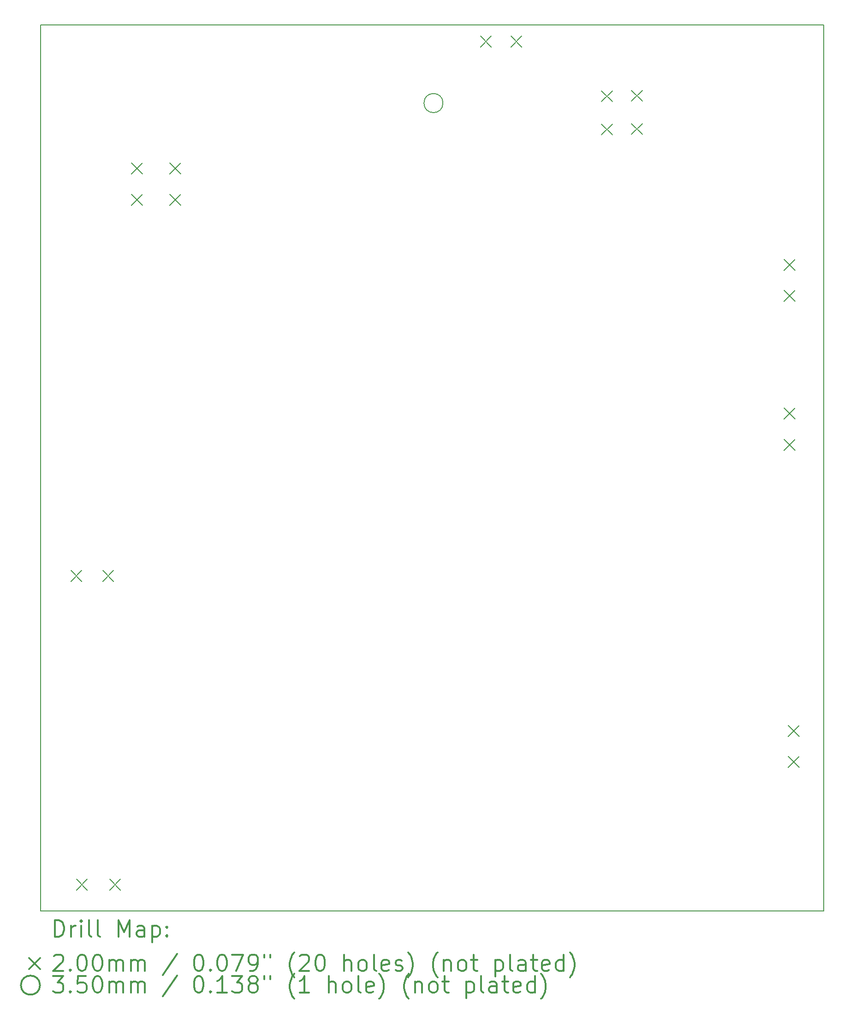
<source format=gbr>
%FSLAX45Y45*%
G04 Gerber Fmt 4.5, Leading zero omitted, Abs format (unit mm)*
G04 Created by KiCad (PCBNEW 4.0.7-e2-6376~58~ubuntu16.04.1) date Mon Oct  9 13:29:06 2017*
%MOMM*%
%LPD*%
G01*
G04 APERTURE LIST*
%ADD10C,0.127000*%
%ADD11C,0.150000*%
%ADD12C,0.200000*%
%ADD13C,0.300000*%
G04 APERTURE END LIST*
D10*
D11*
X25958800Y-6096000D02*
X25908000Y-6096000D01*
X25958800Y-6121400D02*
X25958800Y-6096000D01*
X25958800Y-22352000D02*
X25908000Y-22352000D01*
X11607800Y-6096000D02*
X11582400Y-6096000D01*
X11607800Y-22352000D02*
X11582400Y-22352000D01*
X25908000Y-22352000D02*
X25882600Y-22352000D01*
X25958800Y-20015200D02*
X25958800Y-22352000D01*
X25882600Y-6096000D02*
X25908000Y-6096000D01*
X11607800Y-22352000D02*
X25882600Y-22352000D01*
X25882600Y-6096000D02*
X20116800Y-6096000D01*
X25958800Y-20015200D02*
X25958800Y-6121400D01*
X11582400Y-6096000D02*
X11582400Y-6604000D01*
X20116800Y-6096000D02*
X11607800Y-6096000D01*
X11582400Y-9779000D02*
X11582400Y-6604000D01*
X11582400Y-9779000D02*
X11582400Y-22352000D01*
D12*
X12142800Y-16105200D02*
X12342800Y-16305200D01*
X12342800Y-16105200D02*
X12142800Y-16305200D01*
X12244400Y-21769400D02*
X12444400Y-21969400D01*
X12444400Y-21769400D02*
X12244400Y-21969400D01*
X12727000Y-16105200D02*
X12927000Y-16305200D01*
X12927000Y-16105200D02*
X12727000Y-16305200D01*
X12854000Y-21769400D02*
X13054000Y-21969400D01*
X13054000Y-21769400D02*
X12854000Y-21969400D01*
X13257860Y-8632520D02*
X13457860Y-8832520D01*
X13457860Y-8632520D02*
X13257860Y-8832520D01*
X13257860Y-9204020D02*
X13457860Y-9404020D01*
X13457860Y-9204020D02*
X13257860Y-9404020D01*
X13956360Y-8632520D02*
X14156360Y-8832520D01*
X14156360Y-8632520D02*
X13956360Y-8832520D01*
X13956360Y-9204020D02*
X14156360Y-9404020D01*
X14156360Y-9204020D02*
X13956360Y-9404020D01*
X19661200Y-6300800D02*
X19861200Y-6500800D01*
X19861200Y-6300800D02*
X19661200Y-6500800D01*
X20220000Y-6300800D02*
X20420000Y-6500800D01*
X20420000Y-6300800D02*
X20220000Y-6500800D01*
X21883700Y-7304100D02*
X22083700Y-7504100D01*
X22083700Y-7304100D02*
X21883700Y-7504100D01*
X21883700Y-7913700D02*
X22083700Y-8113700D01*
X22083700Y-7913700D02*
X21883700Y-8113700D01*
X22432340Y-7296480D02*
X22632340Y-7496480D01*
X22632340Y-7296480D02*
X22432340Y-7496480D01*
X22432340Y-7906080D02*
X22632340Y-8106080D01*
X22632340Y-7906080D02*
X22432340Y-8106080D01*
X25233960Y-10397820D02*
X25433960Y-10597820D01*
X25433960Y-10397820D02*
X25233960Y-10597820D01*
X25233960Y-10969320D02*
X25433960Y-11169320D01*
X25433960Y-10969320D02*
X25233960Y-11169320D01*
X25233960Y-13128320D02*
X25433960Y-13328320D01*
X25433960Y-13128320D02*
X25233960Y-13328320D01*
X25233960Y-13699820D02*
X25433960Y-13899820D01*
X25433960Y-13699820D02*
X25233960Y-13899820D01*
X25310160Y-19516420D02*
X25510160Y-19716420D01*
X25510160Y-19516420D02*
X25310160Y-19716420D01*
X25312700Y-18950000D02*
X25512700Y-19150000D01*
X25512700Y-18950000D02*
X25312700Y-19150000D01*
X18973300Y-7531100D02*
G75*
G03X18973300Y-7531100I-175000J0D01*
G01*
D13*
X11846328Y-22825214D02*
X11846328Y-22525214D01*
X11917757Y-22525214D01*
X11960614Y-22539500D01*
X11989186Y-22568071D01*
X12003471Y-22596643D01*
X12017757Y-22653786D01*
X12017757Y-22696643D01*
X12003471Y-22753786D01*
X11989186Y-22782357D01*
X11960614Y-22810929D01*
X11917757Y-22825214D01*
X11846328Y-22825214D01*
X12146328Y-22825214D02*
X12146328Y-22625214D01*
X12146328Y-22682357D02*
X12160614Y-22653786D01*
X12174900Y-22639500D01*
X12203471Y-22625214D01*
X12232043Y-22625214D01*
X12332043Y-22825214D02*
X12332043Y-22625214D01*
X12332043Y-22525214D02*
X12317757Y-22539500D01*
X12332043Y-22553786D01*
X12346328Y-22539500D01*
X12332043Y-22525214D01*
X12332043Y-22553786D01*
X12517757Y-22825214D02*
X12489186Y-22810929D01*
X12474900Y-22782357D01*
X12474900Y-22525214D01*
X12674900Y-22825214D02*
X12646328Y-22810929D01*
X12632043Y-22782357D01*
X12632043Y-22525214D01*
X13017757Y-22825214D02*
X13017757Y-22525214D01*
X13117757Y-22739500D01*
X13217757Y-22525214D01*
X13217757Y-22825214D01*
X13489186Y-22825214D02*
X13489186Y-22668071D01*
X13474900Y-22639500D01*
X13446328Y-22625214D01*
X13389186Y-22625214D01*
X13360614Y-22639500D01*
X13489186Y-22810929D02*
X13460614Y-22825214D01*
X13389186Y-22825214D01*
X13360614Y-22810929D01*
X13346328Y-22782357D01*
X13346328Y-22753786D01*
X13360614Y-22725214D01*
X13389186Y-22710929D01*
X13460614Y-22710929D01*
X13489186Y-22696643D01*
X13632043Y-22625214D02*
X13632043Y-22925214D01*
X13632043Y-22639500D02*
X13660614Y-22625214D01*
X13717757Y-22625214D01*
X13746328Y-22639500D01*
X13760614Y-22653786D01*
X13774900Y-22682357D01*
X13774900Y-22768071D01*
X13760614Y-22796643D01*
X13746328Y-22810929D01*
X13717757Y-22825214D01*
X13660614Y-22825214D01*
X13632043Y-22810929D01*
X13903471Y-22796643D02*
X13917757Y-22810929D01*
X13903471Y-22825214D01*
X13889186Y-22810929D01*
X13903471Y-22796643D01*
X13903471Y-22825214D01*
X13903471Y-22639500D02*
X13917757Y-22653786D01*
X13903471Y-22668071D01*
X13889186Y-22653786D01*
X13903471Y-22639500D01*
X13903471Y-22668071D01*
X11374900Y-23219500D02*
X11574900Y-23419500D01*
X11574900Y-23219500D02*
X11374900Y-23419500D01*
X11832043Y-23183786D02*
X11846328Y-23169500D01*
X11874900Y-23155214D01*
X11946328Y-23155214D01*
X11974900Y-23169500D01*
X11989186Y-23183786D01*
X12003471Y-23212357D01*
X12003471Y-23240929D01*
X11989186Y-23283786D01*
X11817757Y-23455214D01*
X12003471Y-23455214D01*
X12132043Y-23426643D02*
X12146328Y-23440929D01*
X12132043Y-23455214D01*
X12117757Y-23440929D01*
X12132043Y-23426643D01*
X12132043Y-23455214D01*
X12332043Y-23155214D02*
X12360614Y-23155214D01*
X12389186Y-23169500D01*
X12403471Y-23183786D01*
X12417757Y-23212357D01*
X12432043Y-23269500D01*
X12432043Y-23340929D01*
X12417757Y-23398071D01*
X12403471Y-23426643D01*
X12389186Y-23440929D01*
X12360614Y-23455214D01*
X12332043Y-23455214D01*
X12303471Y-23440929D01*
X12289186Y-23426643D01*
X12274900Y-23398071D01*
X12260614Y-23340929D01*
X12260614Y-23269500D01*
X12274900Y-23212357D01*
X12289186Y-23183786D01*
X12303471Y-23169500D01*
X12332043Y-23155214D01*
X12617757Y-23155214D02*
X12646328Y-23155214D01*
X12674900Y-23169500D01*
X12689186Y-23183786D01*
X12703471Y-23212357D01*
X12717757Y-23269500D01*
X12717757Y-23340929D01*
X12703471Y-23398071D01*
X12689186Y-23426643D01*
X12674900Y-23440929D01*
X12646328Y-23455214D01*
X12617757Y-23455214D01*
X12589186Y-23440929D01*
X12574900Y-23426643D01*
X12560614Y-23398071D01*
X12546328Y-23340929D01*
X12546328Y-23269500D01*
X12560614Y-23212357D01*
X12574900Y-23183786D01*
X12589186Y-23169500D01*
X12617757Y-23155214D01*
X12846328Y-23455214D02*
X12846328Y-23255214D01*
X12846328Y-23283786D02*
X12860614Y-23269500D01*
X12889186Y-23255214D01*
X12932043Y-23255214D01*
X12960614Y-23269500D01*
X12974900Y-23298071D01*
X12974900Y-23455214D01*
X12974900Y-23298071D02*
X12989186Y-23269500D01*
X13017757Y-23255214D01*
X13060614Y-23255214D01*
X13089186Y-23269500D01*
X13103471Y-23298071D01*
X13103471Y-23455214D01*
X13246328Y-23455214D02*
X13246328Y-23255214D01*
X13246328Y-23283786D02*
X13260614Y-23269500D01*
X13289186Y-23255214D01*
X13332043Y-23255214D01*
X13360614Y-23269500D01*
X13374900Y-23298071D01*
X13374900Y-23455214D01*
X13374900Y-23298071D02*
X13389186Y-23269500D01*
X13417757Y-23255214D01*
X13460614Y-23255214D01*
X13489186Y-23269500D01*
X13503471Y-23298071D01*
X13503471Y-23455214D01*
X14089186Y-23140929D02*
X13832043Y-23526643D01*
X14474900Y-23155214D02*
X14503471Y-23155214D01*
X14532043Y-23169500D01*
X14546328Y-23183786D01*
X14560614Y-23212357D01*
X14574900Y-23269500D01*
X14574900Y-23340929D01*
X14560614Y-23398071D01*
X14546328Y-23426643D01*
X14532043Y-23440929D01*
X14503471Y-23455214D01*
X14474900Y-23455214D01*
X14446328Y-23440929D01*
X14432043Y-23426643D01*
X14417757Y-23398071D01*
X14403471Y-23340929D01*
X14403471Y-23269500D01*
X14417757Y-23212357D01*
X14432043Y-23183786D01*
X14446328Y-23169500D01*
X14474900Y-23155214D01*
X14703471Y-23426643D02*
X14717757Y-23440929D01*
X14703471Y-23455214D01*
X14689186Y-23440929D01*
X14703471Y-23426643D01*
X14703471Y-23455214D01*
X14903471Y-23155214D02*
X14932043Y-23155214D01*
X14960614Y-23169500D01*
X14974900Y-23183786D01*
X14989185Y-23212357D01*
X15003471Y-23269500D01*
X15003471Y-23340929D01*
X14989185Y-23398071D01*
X14974900Y-23426643D01*
X14960614Y-23440929D01*
X14932043Y-23455214D01*
X14903471Y-23455214D01*
X14874900Y-23440929D01*
X14860614Y-23426643D01*
X14846328Y-23398071D01*
X14832043Y-23340929D01*
X14832043Y-23269500D01*
X14846328Y-23212357D01*
X14860614Y-23183786D01*
X14874900Y-23169500D01*
X14903471Y-23155214D01*
X15103471Y-23155214D02*
X15303471Y-23155214D01*
X15174900Y-23455214D01*
X15432043Y-23455214D02*
X15489185Y-23455214D01*
X15517757Y-23440929D01*
X15532043Y-23426643D01*
X15560614Y-23383786D01*
X15574900Y-23326643D01*
X15574900Y-23212357D01*
X15560614Y-23183786D01*
X15546328Y-23169500D01*
X15517757Y-23155214D01*
X15460614Y-23155214D01*
X15432043Y-23169500D01*
X15417757Y-23183786D01*
X15403471Y-23212357D01*
X15403471Y-23283786D01*
X15417757Y-23312357D01*
X15432043Y-23326643D01*
X15460614Y-23340929D01*
X15517757Y-23340929D01*
X15546328Y-23326643D01*
X15560614Y-23312357D01*
X15574900Y-23283786D01*
X15689186Y-23155214D02*
X15689186Y-23212357D01*
X15803471Y-23155214D02*
X15803471Y-23212357D01*
X16246328Y-23569500D02*
X16232043Y-23555214D01*
X16203471Y-23512357D01*
X16189185Y-23483786D01*
X16174900Y-23440929D01*
X16160614Y-23369500D01*
X16160614Y-23312357D01*
X16174900Y-23240929D01*
X16189185Y-23198071D01*
X16203471Y-23169500D01*
X16232043Y-23126643D01*
X16246328Y-23112357D01*
X16346328Y-23183786D02*
X16360614Y-23169500D01*
X16389185Y-23155214D01*
X16460614Y-23155214D01*
X16489185Y-23169500D01*
X16503471Y-23183786D01*
X16517757Y-23212357D01*
X16517757Y-23240929D01*
X16503471Y-23283786D01*
X16332043Y-23455214D01*
X16517757Y-23455214D01*
X16703471Y-23155214D02*
X16732043Y-23155214D01*
X16760614Y-23169500D01*
X16774900Y-23183786D01*
X16789186Y-23212357D01*
X16803471Y-23269500D01*
X16803471Y-23340929D01*
X16789186Y-23398071D01*
X16774900Y-23426643D01*
X16760614Y-23440929D01*
X16732043Y-23455214D01*
X16703471Y-23455214D01*
X16674900Y-23440929D01*
X16660614Y-23426643D01*
X16646328Y-23398071D01*
X16632043Y-23340929D01*
X16632043Y-23269500D01*
X16646328Y-23212357D01*
X16660614Y-23183786D01*
X16674900Y-23169500D01*
X16703471Y-23155214D01*
X17160614Y-23455214D02*
X17160614Y-23155214D01*
X17289186Y-23455214D02*
X17289186Y-23298071D01*
X17274900Y-23269500D01*
X17246328Y-23255214D01*
X17203471Y-23255214D01*
X17174900Y-23269500D01*
X17160614Y-23283786D01*
X17474900Y-23455214D02*
X17446328Y-23440929D01*
X17432043Y-23426643D01*
X17417757Y-23398071D01*
X17417757Y-23312357D01*
X17432043Y-23283786D01*
X17446328Y-23269500D01*
X17474900Y-23255214D01*
X17517757Y-23255214D01*
X17546328Y-23269500D01*
X17560614Y-23283786D01*
X17574900Y-23312357D01*
X17574900Y-23398071D01*
X17560614Y-23426643D01*
X17546328Y-23440929D01*
X17517757Y-23455214D01*
X17474900Y-23455214D01*
X17746328Y-23455214D02*
X17717757Y-23440929D01*
X17703471Y-23412357D01*
X17703471Y-23155214D01*
X17974900Y-23440929D02*
X17946329Y-23455214D01*
X17889186Y-23455214D01*
X17860614Y-23440929D01*
X17846329Y-23412357D01*
X17846329Y-23298071D01*
X17860614Y-23269500D01*
X17889186Y-23255214D01*
X17946329Y-23255214D01*
X17974900Y-23269500D01*
X17989186Y-23298071D01*
X17989186Y-23326643D01*
X17846329Y-23355214D01*
X18103471Y-23440929D02*
X18132043Y-23455214D01*
X18189186Y-23455214D01*
X18217757Y-23440929D01*
X18232043Y-23412357D01*
X18232043Y-23398071D01*
X18217757Y-23369500D01*
X18189186Y-23355214D01*
X18146329Y-23355214D01*
X18117757Y-23340929D01*
X18103471Y-23312357D01*
X18103471Y-23298071D01*
X18117757Y-23269500D01*
X18146329Y-23255214D01*
X18189186Y-23255214D01*
X18217757Y-23269500D01*
X18332043Y-23569500D02*
X18346329Y-23555214D01*
X18374900Y-23512357D01*
X18389186Y-23483786D01*
X18403471Y-23440929D01*
X18417757Y-23369500D01*
X18417757Y-23312357D01*
X18403471Y-23240929D01*
X18389186Y-23198071D01*
X18374900Y-23169500D01*
X18346329Y-23126643D01*
X18332043Y-23112357D01*
X18874900Y-23569500D02*
X18860614Y-23555214D01*
X18832043Y-23512357D01*
X18817757Y-23483786D01*
X18803471Y-23440929D01*
X18789186Y-23369500D01*
X18789186Y-23312357D01*
X18803471Y-23240929D01*
X18817757Y-23198071D01*
X18832043Y-23169500D01*
X18860614Y-23126643D01*
X18874900Y-23112357D01*
X18989186Y-23255214D02*
X18989186Y-23455214D01*
X18989186Y-23283786D02*
X19003471Y-23269500D01*
X19032043Y-23255214D01*
X19074900Y-23255214D01*
X19103471Y-23269500D01*
X19117757Y-23298071D01*
X19117757Y-23455214D01*
X19303471Y-23455214D02*
X19274900Y-23440929D01*
X19260614Y-23426643D01*
X19246329Y-23398071D01*
X19246329Y-23312357D01*
X19260614Y-23283786D01*
X19274900Y-23269500D01*
X19303471Y-23255214D01*
X19346329Y-23255214D01*
X19374900Y-23269500D01*
X19389186Y-23283786D01*
X19403471Y-23312357D01*
X19403471Y-23398071D01*
X19389186Y-23426643D01*
X19374900Y-23440929D01*
X19346329Y-23455214D01*
X19303471Y-23455214D01*
X19489186Y-23255214D02*
X19603471Y-23255214D01*
X19532043Y-23155214D02*
X19532043Y-23412357D01*
X19546329Y-23440929D01*
X19574900Y-23455214D01*
X19603471Y-23455214D01*
X19932043Y-23255214D02*
X19932043Y-23555214D01*
X19932043Y-23269500D02*
X19960614Y-23255214D01*
X20017757Y-23255214D01*
X20046329Y-23269500D01*
X20060614Y-23283786D01*
X20074900Y-23312357D01*
X20074900Y-23398071D01*
X20060614Y-23426643D01*
X20046329Y-23440929D01*
X20017757Y-23455214D01*
X19960614Y-23455214D01*
X19932043Y-23440929D01*
X20246329Y-23455214D02*
X20217757Y-23440929D01*
X20203471Y-23412357D01*
X20203471Y-23155214D01*
X20489186Y-23455214D02*
X20489186Y-23298071D01*
X20474900Y-23269500D01*
X20446329Y-23255214D01*
X20389186Y-23255214D01*
X20360614Y-23269500D01*
X20489186Y-23440929D02*
X20460614Y-23455214D01*
X20389186Y-23455214D01*
X20360614Y-23440929D01*
X20346329Y-23412357D01*
X20346329Y-23383786D01*
X20360614Y-23355214D01*
X20389186Y-23340929D01*
X20460614Y-23340929D01*
X20489186Y-23326643D01*
X20589186Y-23255214D02*
X20703471Y-23255214D01*
X20632043Y-23155214D02*
X20632043Y-23412357D01*
X20646329Y-23440929D01*
X20674900Y-23455214D01*
X20703471Y-23455214D01*
X20917757Y-23440929D02*
X20889186Y-23455214D01*
X20832043Y-23455214D01*
X20803472Y-23440929D01*
X20789186Y-23412357D01*
X20789186Y-23298071D01*
X20803472Y-23269500D01*
X20832043Y-23255214D01*
X20889186Y-23255214D01*
X20917757Y-23269500D01*
X20932043Y-23298071D01*
X20932043Y-23326643D01*
X20789186Y-23355214D01*
X21189186Y-23455214D02*
X21189186Y-23155214D01*
X21189186Y-23440929D02*
X21160614Y-23455214D01*
X21103472Y-23455214D01*
X21074900Y-23440929D01*
X21060614Y-23426643D01*
X21046329Y-23398071D01*
X21046329Y-23312357D01*
X21060614Y-23283786D01*
X21074900Y-23269500D01*
X21103472Y-23255214D01*
X21160614Y-23255214D01*
X21189186Y-23269500D01*
X21303472Y-23569500D02*
X21317757Y-23555214D01*
X21346329Y-23512357D01*
X21360614Y-23483786D01*
X21374900Y-23440929D01*
X21389186Y-23369500D01*
X21389186Y-23312357D01*
X21374900Y-23240929D01*
X21360614Y-23198071D01*
X21346329Y-23169500D01*
X21317757Y-23126643D01*
X21303472Y-23112357D01*
X11574900Y-23715500D02*
G75*
G03X11574900Y-23715500I-175000J0D01*
G01*
X11817757Y-23551214D02*
X12003471Y-23551214D01*
X11903471Y-23665500D01*
X11946328Y-23665500D01*
X11974900Y-23679786D01*
X11989186Y-23694071D01*
X12003471Y-23722643D01*
X12003471Y-23794071D01*
X11989186Y-23822643D01*
X11974900Y-23836929D01*
X11946328Y-23851214D01*
X11860614Y-23851214D01*
X11832043Y-23836929D01*
X11817757Y-23822643D01*
X12132043Y-23822643D02*
X12146328Y-23836929D01*
X12132043Y-23851214D01*
X12117757Y-23836929D01*
X12132043Y-23822643D01*
X12132043Y-23851214D01*
X12417757Y-23551214D02*
X12274900Y-23551214D01*
X12260614Y-23694071D01*
X12274900Y-23679786D01*
X12303471Y-23665500D01*
X12374900Y-23665500D01*
X12403471Y-23679786D01*
X12417757Y-23694071D01*
X12432043Y-23722643D01*
X12432043Y-23794071D01*
X12417757Y-23822643D01*
X12403471Y-23836929D01*
X12374900Y-23851214D01*
X12303471Y-23851214D01*
X12274900Y-23836929D01*
X12260614Y-23822643D01*
X12617757Y-23551214D02*
X12646328Y-23551214D01*
X12674900Y-23565500D01*
X12689186Y-23579786D01*
X12703471Y-23608357D01*
X12717757Y-23665500D01*
X12717757Y-23736929D01*
X12703471Y-23794071D01*
X12689186Y-23822643D01*
X12674900Y-23836929D01*
X12646328Y-23851214D01*
X12617757Y-23851214D01*
X12589186Y-23836929D01*
X12574900Y-23822643D01*
X12560614Y-23794071D01*
X12546328Y-23736929D01*
X12546328Y-23665500D01*
X12560614Y-23608357D01*
X12574900Y-23579786D01*
X12589186Y-23565500D01*
X12617757Y-23551214D01*
X12846328Y-23851214D02*
X12846328Y-23651214D01*
X12846328Y-23679786D02*
X12860614Y-23665500D01*
X12889186Y-23651214D01*
X12932043Y-23651214D01*
X12960614Y-23665500D01*
X12974900Y-23694071D01*
X12974900Y-23851214D01*
X12974900Y-23694071D02*
X12989186Y-23665500D01*
X13017757Y-23651214D01*
X13060614Y-23651214D01*
X13089186Y-23665500D01*
X13103471Y-23694071D01*
X13103471Y-23851214D01*
X13246328Y-23851214D02*
X13246328Y-23651214D01*
X13246328Y-23679786D02*
X13260614Y-23665500D01*
X13289186Y-23651214D01*
X13332043Y-23651214D01*
X13360614Y-23665500D01*
X13374900Y-23694071D01*
X13374900Y-23851214D01*
X13374900Y-23694071D02*
X13389186Y-23665500D01*
X13417757Y-23651214D01*
X13460614Y-23651214D01*
X13489186Y-23665500D01*
X13503471Y-23694071D01*
X13503471Y-23851214D01*
X14089186Y-23536929D02*
X13832043Y-23922643D01*
X14474900Y-23551214D02*
X14503471Y-23551214D01*
X14532043Y-23565500D01*
X14546328Y-23579786D01*
X14560614Y-23608357D01*
X14574900Y-23665500D01*
X14574900Y-23736929D01*
X14560614Y-23794071D01*
X14546328Y-23822643D01*
X14532043Y-23836929D01*
X14503471Y-23851214D01*
X14474900Y-23851214D01*
X14446328Y-23836929D01*
X14432043Y-23822643D01*
X14417757Y-23794071D01*
X14403471Y-23736929D01*
X14403471Y-23665500D01*
X14417757Y-23608357D01*
X14432043Y-23579786D01*
X14446328Y-23565500D01*
X14474900Y-23551214D01*
X14703471Y-23822643D02*
X14717757Y-23836929D01*
X14703471Y-23851214D01*
X14689186Y-23836929D01*
X14703471Y-23822643D01*
X14703471Y-23851214D01*
X15003471Y-23851214D02*
X14832043Y-23851214D01*
X14917757Y-23851214D02*
X14917757Y-23551214D01*
X14889185Y-23594071D01*
X14860614Y-23622643D01*
X14832043Y-23636929D01*
X15103471Y-23551214D02*
X15289185Y-23551214D01*
X15189185Y-23665500D01*
X15232043Y-23665500D01*
X15260614Y-23679786D01*
X15274900Y-23694071D01*
X15289185Y-23722643D01*
X15289185Y-23794071D01*
X15274900Y-23822643D01*
X15260614Y-23836929D01*
X15232043Y-23851214D01*
X15146328Y-23851214D01*
X15117757Y-23836929D01*
X15103471Y-23822643D01*
X15460614Y-23679786D02*
X15432043Y-23665500D01*
X15417757Y-23651214D01*
X15403471Y-23622643D01*
X15403471Y-23608357D01*
X15417757Y-23579786D01*
X15432043Y-23565500D01*
X15460614Y-23551214D01*
X15517757Y-23551214D01*
X15546328Y-23565500D01*
X15560614Y-23579786D01*
X15574900Y-23608357D01*
X15574900Y-23622643D01*
X15560614Y-23651214D01*
X15546328Y-23665500D01*
X15517757Y-23679786D01*
X15460614Y-23679786D01*
X15432043Y-23694071D01*
X15417757Y-23708357D01*
X15403471Y-23736929D01*
X15403471Y-23794071D01*
X15417757Y-23822643D01*
X15432043Y-23836929D01*
X15460614Y-23851214D01*
X15517757Y-23851214D01*
X15546328Y-23836929D01*
X15560614Y-23822643D01*
X15574900Y-23794071D01*
X15574900Y-23736929D01*
X15560614Y-23708357D01*
X15546328Y-23694071D01*
X15517757Y-23679786D01*
X15689186Y-23551214D02*
X15689186Y-23608357D01*
X15803471Y-23551214D02*
X15803471Y-23608357D01*
X16246328Y-23965500D02*
X16232043Y-23951214D01*
X16203471Y-23908357D01*
X16189185Y-23879786D01*
X16174900Y-23836929D01*
X16160614Y-23765500D01*
X16160614Y-23708357D01*
X16174900Y-23636929D01*
X16189185Y-23594071D01*
X16203471Y-23565500D01*
X16232043Y-23522643D01*
X16246328Y-23508357D01*
X16517757Y-23851214D02*
X16346328Y-23851214D01*
X16432043Y-23851214D02*
X16432043Y-23551214D01*
X16403471Y-23594071D01*
X16374900Y-23622643D01*
X16346328Y-23636929D01*
X16874900Y-23851214D02*
X16874900Y-23551214D01*
X17003471Y-23851214D02*
X17003471Y-23694071D01*
X16989186Y-23665500D01*
X16960614Y-23651214D01*
X16917757Y-23651214D01*
X16889186Y-23665500D01*
X16874900Y-23679786D01*
X17189186Y-23851214D02*
X17160614Y-23836929D01*
X17146328Y-23822643D01*
X17132043Y-23794071D01*
X17132043Y-23708357D01*
X17146328Y-23679786D01*
X17160614Y-23665500D01*
X17189186Y-23651214D01*
X17232043Y-23651214D01*
X17260614Y-23665500D01*
X17274900Y-23679786D01*
X17289186Y-23708357D01*
X17289186Y-23794071D01*
X17274900Y-23822643D01*
X17260614Y-23836929D01*
X17232043Y-23851214D01*
X17189186Y-23851214D01*
X17460614Y-23851214D02*
X17432043Y-23836929D01*
X17417757Y-23808357D01*
X17417757Y-23551214D01*
X17689186Y-23836929D02*
X17660614Y-23851214D01*
X17603471Y-23851214D01*
X17574900Y-23836929D01*
X17560614Y-23808357D01*
X17560614Y-23694071D01*
X17574900Y-23665500D01*
X17603471Y-23651214D01*
X17660614Y-23651214D01*
X17689186Y-23665500D01*
X17703471Y-23694071D01*
X17703471Y-23722643D01*
X17560614Y-23751214D01*
X17803471Y-23965500D02*
X17817757Y-23951214D01*
X17846329Y-23908357D01*
X17860614Y-23879786D01*
X17874900Y-23836929D01*
X17889186Y-23765500D01*
X17889186Y-23708357D01*
X17874900Y-23636929D01*
X17860614Y-23594071D01*
X17846329Y-23565500D01*
X17817757Y-23522643D01*
X17803471Y-23508357D01*
X18346329Y-23965500D02*
X18332043Y-23951214D01*
X18303471Y-23908357D01*
X18289186Y-23879786D01*
X18274900Y-23836929D01*
X18260614Y-23765500D01*
X18260614Y-23708357D01*
X18274900Y-23636929D01*
X18289186Y-23594071D01*
X18303471Y-23565500D01*
X18332043Y-23522643D01*
X18346329Y-23508357D01*
X18460614Y-23651214D02*
X18460614Y-23851214D01*
X18460614Y-23679786D02*
X18474900Y-23665500D01*
X18503471Y-23651214D01*
X18546329Y-23651214D01*
X18574900Y-23665500D01*
X18589186Y-23694071D01*
X18589186Y-23851214D01*
X18774900Y-23851214D02*
X18746329Y-23836929D01*
X18732043Y-23822643D01*
X18717757Y-23794071D01*
X18717757Y-23708357D01*
X18732043Y-23679786D01*
X18746329Y-23665500D01*
X18774900Y-23651214D01*
X18817757Y-23651214D01*
X18846329Y-23665500D01*
X18860614Y-23679786D01*
X18874900Y-23708357D01*
X18874900Y-23794071D01*
X18860614Y-23822643D01*
X18846329Y-23836929D01*
X18817757Y-23851214D01*
X18774900Y-23851214D01*
X18960614Y-23651214D02*
X19074900Y-23651214D01*
X19003471Y-23551214D02*
X19003471Y-23808357D01*
X19017757Y-23836929D01*
X19046329Y-23851214D01*
X19074900Y-23851214D01*
X19403471Y-23651214D02*
X19403471Y-23951214D01*
X19403471Y-23665500D02*
X19432043Y-23651214D01*
X19489186Y-23651214D01*
X19517757Y-23665500D01*
X19532043Y-23679786D01*
X19546329Y-23708357D01*
X19546329Y-23794071D01*
X19532043Y-23822643D01*
X19517757Y-23836929D01*
X19489186Y-23851214D01*
X19432043Y-23851214D01*
X19403471Y-23836929D01*
X19717757Y-23851214D02*
X19689186Y-23836929D01*
X19674900Y-23808357D01*
X19674900Y-23551214D01*
X19960614Y-23851214D02*
X19960614Y-23694071D01*
X19946329Y-23665500D01*
X19917757Y-23651214D01*
X19860614Y-23651214D01*
X19832043Y-23665500D01*
X19960614Y-23836929D02*
X19932043Y-23851214D01*
X19860614Y-23851214D01*
X19832043Y-23836929D01*
X19817757Y-23808357D01*
X19817757Y-23779786D01*
X19832043Y-23751214D01*
X19860614Y-23736929D01*
X19932043Y-23736929D01*
X19960614Y-23722643D01*
X20060614Y-23651214D02*
X20174900Y-23651214D01*
X20103472Y-23551214D02*
X20103472Y-23808357D01*
X20117757Y-23836929D01*
X20146329Y-23851214D01*
X20174900Y-23851214D01*
X20389186Y-23836929D02*
X20360614Y-23851214D01*
X20303472Y-23851214D01*
X20274900Y-23836929D01*
X20260614Y-23808357D01*
X20260614Y-23694071D01*
X20274900Y-23665500D01*
X20303472Y-23651214D01*
X20360614Y-23651214D01*
X20389186Y-23665500D01*
X20403472Y-23694071D01*
X20403472Y-23722643D01*
X20260614Y-23751214D01*
X20660614Y-23851214D02*
X20660614Y-23551214D01*
X20660614Y-23836929D02*
X20632043Y-23851214D01*
X20574900Y-23851214D01*
X20546329Y-23836929D01*
X20532043Y-23822643D01*
X20517757Y-23794071D01*
X20517757Y-23708357D01*
X20532043Y-23679786D01*
X20546329Y-23665500D01*
X20574900Y-23651214D01*
X20632043Y-23651214D01*
X20660614Y-23665500D01*
X20774900Y-23965500D02*
X20789186Y-23951214D01*
X20817757Y-23908357D01*
X20832043Y-23879786D01*
X20846329Y-23836929D01*
X20860614Y-23765500D01*
X20860614Y-23708357D01*
X20846329Y-23636929D01*
X20832043Y-23594071D01*
X20817757Y-23565500D01*
X20789186Y-23522643D01*
X20774900Y-23508357D01*
M02*

</source>
